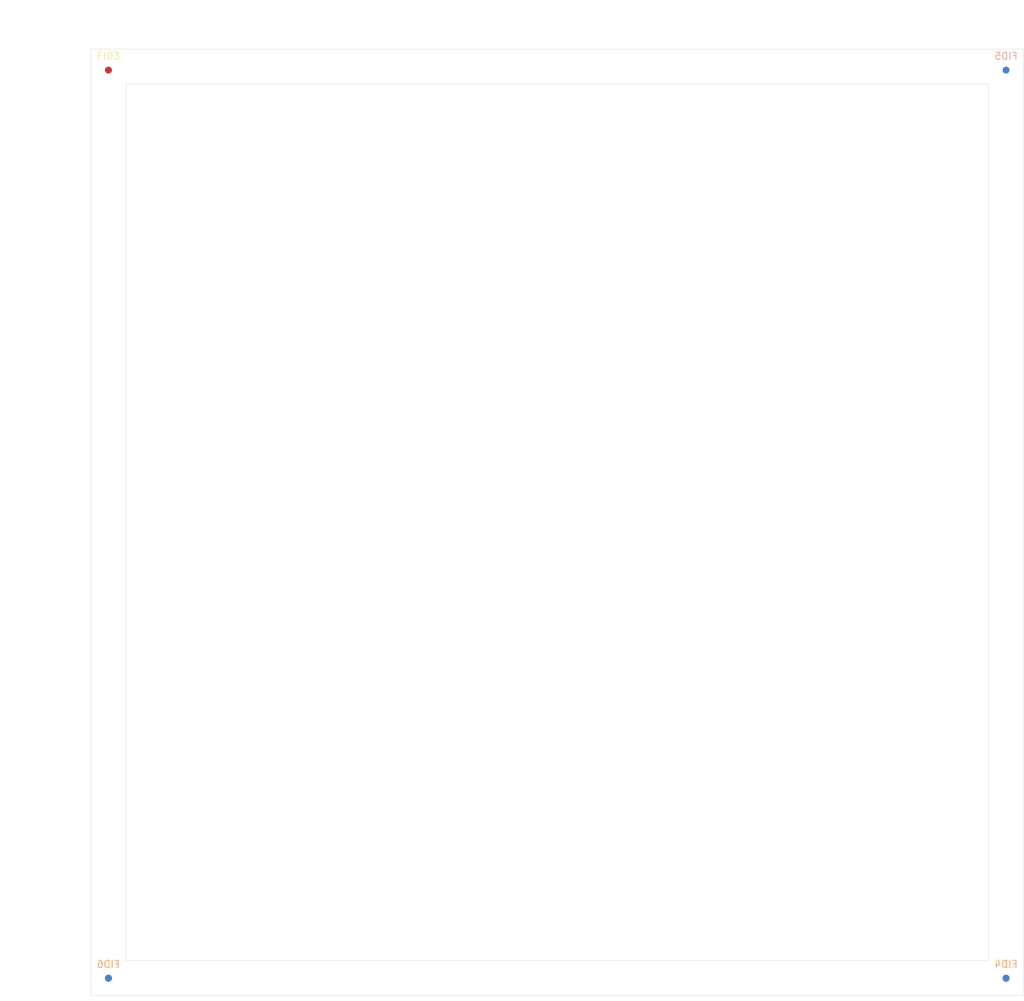
<source format=kicad_pcb>
(kicad_pcb (version 20171130) (host pcbnew 5.1.0)

  (general
    (thickness 1.6)
    (drawings 30)
    (tracks 0)
    (zones 0)
    (modules 12)
    (nets 1)
  )

  (page A4)
  (layers
    (0 F.Cu signal)
    (31 B.Cu signal)
    (32 B.Adhes user)
    (33 F.Adhes user)
    (34 B.Paste user)
    (35 F.Paste user)
    (36 B.SilkS user)
    (37 F.SilkS user)
    (38 B.Mask user)
    (39 F.Mask user)
    (40 Dwgs.User user)
    (41 Cmts.User user)
    (42 Eco1.User user)
    (43 Eco2.User user)
    (44 Edge.Cuts user)
    (45 Margin user)
    (46 B.CrtYd user)
    (47 F.CrtYd user)
    (48 B.Fab user hide)
    (49 F.Fab user hide)
  )

  (setup
    (last_trace_width 0.25)
    (trace_clearance 0.2)
    (zone_clearance 0.508)
    (zone_45_only no)
    (trace_min 0.2)
    (via_size 0.8)
    (via_drill 0.4)
    (via_min_size 0.4)
    (via_min_drill 0.3)
    (uvia_size 0.3)
    (uvia_drill 0.1)
    (uvias_allowed no)
    (uvia_min_size 0.2)
    (uvia_min_drill 0.1)
    (edge_width 0.05)
    (segment_width 0.2)
    (pcb_text_width 0.3)
    (pcb_text_size 1.5 1.5)
    (mod_edge_width 0.12)
    (mod_text_size 1 1)
    (mod_text_width 0.15)
    (pad_size 3 3)
    (pad_drill 3)
    (pad_to_mask_clearance 0.051)
    (solder_mask_min_width 0.25)
    (aux_axis_origin 0 0)
    (visible_elements FFFFFF7F)
    (pcbplotparams
      (layerselection 0x010fc_ffffffff)
      (usegerberextensions false)
      (usegerberattributes false)
      (usegerberadvancedattributes false)
      (creategerberjobfile false)
      (excludeedgelayer true)
      (linewidth 0.100000)
      (plotframeref false)
      (viasonmask false)
      (mode 1)
      (useauxorigin false)
      (hpglpennumber 1)
      (hpglpenspeed 20)
      (hpglpendiameter 15.000000)
      (psnegative false)
      (psa4output false)
      (plotreference true)
      (plotvalue true)
      (plotinvisibletext false)
      (padsonsilk false)
      (subtractmaskfromsilk false)
      (outputformat 1)
      (mirror false)
      (drillshape 1)
      (scaleselection 1)
      (outputdirectory ""))
  )

  (net 0 "")

  (net_class Default "Ceci est la Netclass par défaut."
    (clearance 0.2)
    (trace_width 0.25)
    (via_dia 0.8)
    (via_drill 0.4)
    (uvia_dia 0.3)
    (uvia_drill 0.1)
  )

  (module MountingHole:MountingHole_3mm (layer F.Cu) (tedit 5CAF5756) (tstamp 5CB01F6B)
    (at 195 26.5)
    (descr "Mounting Hole 3mm, no annular")
    (tags "mounting hole 3mm no annular")
    (attr virtual)
    (fp_text reference REF** (at 0 -4) (layer F.SilkS) hide
      (effects (font (size 1 1) (thickness 0.15)))
    )
    (fp_text value MountingHole_3mm (at 0 4) (layer F.Fab)
      (effects (font (size 1 1) (thickness 0.15)))
    )
    (fp_text user %R (at 0.3 0) (layer F.Fab)
      (effects (font (size 1 1) (thickness 0.15)))
    )
    (fp_circle (center 0 0) (end 3 0) (layer Cmts.User) (width 0.15))
    (fp_circle (center 0 0) (end 3.25 0) (layer F.CrtYd) (width 0.05))
    (pad "" np_thru_hole circle (at 0 0) (size 3 3) (drill 3) (layers *.Cu *.Mask))
  )

  (module MountingHole:MountingHole_3mm (layer F.Cu) (tedit 5CAF5756) (tstamp 5CB01F64)
    (at 115 26.5)
    (descr "Mounting Hole 3mm, no annular")
    (tags "mounting hole 3mm no annular")
    (attr virtual)
    (fp_text reference REF** (at 0 -4) (layer F.SilkS) hide
      (effects (font (size 1 1) (thickness 0.15)))
    )
    (fp_text value MountingHole_3mm (at 0 4) (layer F.Fab)
      (effects (font (size 1 1) (thickness 0.15)))
    )
    (fp_circle (center 0 0) (end 3.25 0) (layer F.CrtYd) (width 0.05))
    (fp_circle (center 0 0) (end 3 0) (layer Cmts.User) (width 0.15))
    (fp_text user %R (at 0.3 0) (layer F.Fab)
      (effects (font (size 1 1) (thickness 0.15)))
    )
    (pad "" np_thru_hole circle (at 0 0) (size 3 3) (drill 3) (layers *.Cu *.Mask))
  )

  (module MountingHole:MountingHole_3mm (layer F.Cu) (tedit 5CAF5756) (tstamp 5CB01F2D)
    (at 195 156.5)
    (descr "Mounting Hole 3mm, no annular")
    (tags "mounting hole 3mm no annular")
    (attr virtual)
    (fp_text reference REF** (at 0 -4) (layer F.SilkS) hide
      (effects (font (size 1 1) (thickness 0.15)))
    )
    (fp_text value MountingHole_3mm (at 0 4) (layer F.Fab)
      (effects (font (size 1 1) (thickness 0.15)))
    )
    (fp_circle (center 0 0) (end 3.25 0) (layer F.CrtYd) (width 0.05))
    (fp_circle (center 0 0) (end 3 0) (layer Cmts.User) (width 0.15))
    (fp_text user %R (at 0.3 0) (layer F.Fab)
      (effects (font (size 1 1) (thickness 0.15)))
    )
    (pad "" np_thru_hole circle (at 0 0) (size 3 3) (drill 3) (layers *.Cu *.Mask))
  )

  (module MountingHole:MountingHole_3mm (layer F.Cu) (tedit 5CAF5756) (tstamp 5CB01E50)
    (at 115 156.5)
    (descr "Mounting Hole 3mm, no annular")
    (tags "mounting hole 3mm no annular")
    (attr virtual)
    (fp_text reference REF** (at 0 -4) (layer F.SilkS) hide
      (effects (font (size 1 1) (thickness 0.15)))
    )
    (fp_text value MountingHole_3mm (at 0 4) (layer F.Fab)
      (effects (font (size 1 1) (thickness 0.15)))
    )
    (fp_text user %R (at 0.3 0) (layer F.Fab)
      (effects (font (size 1 1) (thickness 0.15)))
    )
    (fp_circle (center 0 0) (end 3 0) (layer Cmts.User) (width 0.15))
    (fp_circle (center 0 0) (end 3.25 0) (layer F.CrtYd) (width 0.05))
    (pad "" np_thru_hole circle (at 0 0) (size 3 3) (drill 3) (layers *.Cu *.Mask))
  )

  (module MountingHole:MountingHole_3mm (layer F.Cu) (tedit 5CACAF66) (tstamp 5CAF3EE3)
    (at 89.5 51.5)
    (descr "Mounting Hole 3mm, no annular")
    (tags "mounting hole 3mm no annular")
    (attr virtual)
    (fp_text reference REF** (at 0 -4) (layer F.SilkS) hide
      (effects (font (size 1 1) (thickness 0.15)))
    )
    (fp_text value MountingHole_3mm (at 0 4) (layer F.Fab)
      (effects (font (size 1 1) (thickness 0.15)))
    )
    (fp_text user %R (at 0.3 0) (layer F.Fab)
      (effects (font (size 1 1) (thickness 0.15)))
    )
    (fp_circle (center 0 0) (end 3 0) (layer Cmts.User) (width 0.15))
    (fp_circle (center 0 0) (end 3.25 0) (layer F.CrtYd) (width 0.05))
    (pad "" np_thru_hole circle (at 0 0) (size 3 3) (drill 3) (layers *.Cu *.Paste *.Mask))
  )

  (module MountingHole:MountingHole_3mm (layer F.Cu) (tedit 5CACAF66) (tstamp 5CAF3EB9)
    (at 89.5 131.5)
    (descr "Mounting Hole 3mm, no annular")
    (tags "mounting hole 3mm no annular")
    (attr virtual)
    (fp_text reference REF** (at 0 -4) (layer F.SilkS) hide
      (effects (font (size 1 1) (thickness 0.15)))
    )
    (fp_text value MountingHole_3mm (at 0 4) (layer F.Fab)
      (effects (font (size 1 1) (thickness 0.15)))
    )
    (fp_circle (center 0 0) (end 3.25 0) (layer F.CrtYd) (width 0.05))
    (fp_circle (center 0 0) (end 3 0) (layer Cmts.User) (width 0.15))
    (fp_text user %R (at 0.3 0) (layer F.Fab)
      (effects (font (size 1 1) (thickness 0.15)))
    )
    (pad "" np_thru_hole circle (at 0 0) (size 3 3) (drill 3) (layers *.Cu *.Paste *.Mask))
  )

  (module Fiducial:Fiducial_1mm_Mask2mm (layer B.Cu) (tedit 5C18CB26) (tstamp 5CAF3982)
    (at 89.5 156.5 180)
    (descr "Circular Fiducial, 1mm bare copper, 2mm soldermask opening (Level A)")
    (tags fiducial)
    (attr smd)
    (fp_text reference FID6 (at 0 2 180) (layer B.SilkS)
      (effects (font (size 1 1) (thickness 0.15)) (justify mirror))
    )
    (fp_text value Fiducial_1mm_Mask2mm (at 0 -2 180) (layer B.Fab)
      (effects (font (size 1 1) (thickness 0.15)) (justify mirror))
    )
    (fp_circle (center 0 0) (end 1 0) (layer B.Fab) (width 0.1))
    (fp_text user %R (at 0 0 180) (layer B.Fab)
      (effects (font (size 0.4 0.4) (thickness 0.06)) (justify mirror))
    )
    (fp_circle (center 0 0) (end 1.25 0) (layer B.CrtYd) (width 0.05))
    (pad "" smd circle (at 0 0 180) (size 1 1) (layers B.Cu B.Mask)
      (solder_mask_margin 0.5) (clearance 0.5))
  )

  (module Fiducial:Fiducial_1mm_Mask2mm (layer B.Cu) (tedit 5C18CB26) (tstamp 5CAF3B28)
    (at 217.5 27 180)
    (descr "Circular Fiducial, 1mm bare copper, 2mm soldermask opening (Level A)")
    (tags fiducial)
    (attr smd)
    (fp_text reference FID5 (at 0 2 180) (layer B.SilkS)
      (effects (font (size 1 1) (thickness 0.15)) (justify mirror))
    )
    (fp_text value Fiducial_1mm_Mask2mm (at 0 -2 180) (layer B.Fab)
      (effects (font (size 1 1) (thickness 0.15)) (justify mirror))
    )
    (fp_circle (center 0 0) (end 1.25 0) (layer B.CrtYd) (width 0.05))
    (fp_text user %R (at 0 0 180) (layer B.Fab)
      (effects (font (size 0.4 0.4) (thickness 0.06)) (justify mirror))
    )
    (fp_circle (center 0 0) (end 1 0) (layer B.Fab) (width 0.1))
    (pad "" smd circle (at 0 0 180) (size 1 1) (layers B.Cu B.Mask)
      (solder_mask_margin 0.5) (clearance 0.5))
  )

  (module Fiducial:Fiducial_1mm_Mask2mm (layer B.Cu) (tedit 5C18CB26) (tstamp 5CAF3938)
    (at 217.5 156.5 180)
    (descr "Circular Fiducial, 1mm bare copper, 2mm soldermask opening (Level A)")
    (tags fiducial)
    (attr smd)
    (fp_text reference FID4 (at 0 2 180) (layer B.SilkS)
      (effects (font (size 1 1) (thickness 0.15)) (justify mirror))
    )
    (fp_text value Fiducial_1mm_Mask2mm (at 0 -2 180) (layer B.Fab)
      (effects (font (size 1 1) (thickness 0.15)) (justify mirror))
    )
    (fp_circle (center 0 0) (end 1 0) (layer B.Fab) (width 0.1))
    (fp_text user %R (at 0 0 180) (layer B.Fab)
      (effects (font (size 0.4 0.4) (thickness 0.06)) (justify mirror))
    )
    (fp_circle (center 0 0) (end 1.25 0) (layer B.CrtYd) (width 0.05))
    (pad "" smd circle (at 0 0 180) (size 1 1) (layers B.Cu B.Mask)
      (solder_mask_margin 0.5) (clearance 0.5))
  )

  (module Fiducial:Fiducial_1mm_Mask2mm (layer F.Cu) (tedit 5C18CB26) (tstamp 5CAF3B4F)
    (at 89.5 27)
    (descr "Circular Fiducial, 1mm bare copper, 2mm soldermask opening (Level A)")
    (tags fiducial)
    (attr smd)
    (fp_text reference FID3 (at 0 -2) (layer F.SilkS)
      (effects (font (size 1 1) (thickness 0.15)))
    )
    (fp_text value Fiducial_1mm_Mask2mm (at 0 2) (layer F.Fab)
      (effects (font (size 1 1) (thickness 0.15)))
    )
    (fp_circle (center 0 0) (end 1.25 0) (layer F.CrtYd) (width 0.05))
    (fp_text user %R (at 0 0) (layer F.Fab)
      (effects (font (size 0.4 0.4) (thickness 0.06)))
    )
    (fp_circle (center 0 0) (end 1 0) (layer F.Fab) (width 0.1))
    (pad "" smd circle (at 0 0) (size 1 1) (layers F.Cu F.Mask)
      (solder_mask_margin 0.5) (clearance 0.5))
  )

  (module Fiducial:Fiducial_1mm_Mask2mm (layer F.Cu) (tedit 5C18CB26) (tstamp 5CAF38EE)
    (at 217.5 156.5)
    (descr "Circular Fiducial, 1mm bare copper, 2mm soldermask opening (Level A)")
    (tags fiducial)
    (attr smd)
    (fp_text reference FID2 (at 0 -2) (layer F.SilkS)
      (effects (font (size 1 1) (thickness 0.15)))
    )
    (fp_text value Fiducial_1mm_Mask2mm (at 0 2) (layer F.Fab)
      (effects (font (size 1 1) (thickness 0.15)))
    )
    (fp_circle (center 0 0) (end 1 0) (layer F.Fab) (width 0.1))
    (fp_text user %R (at 0 0) (layer F.Fab)
      (effects (font (size 0.4 0.4) (thickness 0.06)))
    )
    (fp_circle (center 0 0) (end 1.25 0) (layer F.CrtYd) (width 0.05))
    (pad "" smd circle (at 0 0) (size 1 1) (layers F.Cu F.Mask)
      (solder_mask_margin 0.5) (clearance 0.5))
  )

  (module Fiducial:Fiducial_1mm_Mask2mm (layer F.Cu) (tedit 5C18CB26) (tstamp 5CAF38D5)
    (at 89.5 156.5)
    (descr "Circular Fiducial, 1mm bare copper, 2mm soldermask opening (Level A)")
    (tags fiducial)
    (attr smd)
    (fp_text reference FID1 (at 0 -2) (layer F.SilkS)
      (effects (font (size 1 1) (thickness 0.15)))
    )
    (fp_text value Fiducial_1mm_Mask2mm (at 0 2) (layer F.Fab)
      (effects (font (size 1 1) (thickness 0.15)))
    )
    (fp_circle (center 0 0) (end 1.25 0) (layer F.CrtYd) (width 0.05))
    (fp_text user %R (at 0 0) (layer F.Fab)
      (effects (font (size 0.4 0.4) (thickness 0.06)))
    )
    (fp_circle (center 0 0) (end 1 0) (layer F.Fab) (width 0.1))
    (pad "" smd circle (at 0 0) (size 1 1) (layers F.Cu F.Mask)
      (solder_mask_margin 0.5) (clearance 0.5))
  )

  (dimension 133 (width 0.15) (layer Dwgs.User)
    (gr_text "133,000 mm" (at 153.5 17.7) (layer Dwgs.User)
      (effects (font (size 1 1) (thickness 0.15)))
    )
    (feature1 (pts (xy 220 24) (xy 220 18.413579)))
    (feature2 (pts (xy 87 24) (xy 87 18.413579)))
    (crossbar (pts (xy 87 19) (xy 220 19)))
    (arrow1a (pts (xy 220 19) (xy 218.873496 19.586421)))
    (arrow1b (pts (xy 220 19) (xy 218.873496 18.413579)))
    (arrow2a (pts (xy 87 19) (xy 88.126504 19.586421)))
    (arrow2b (pts (xy 87 19) (xy 88.126504 18.413579)))
  )
  (dimension 135 (width 0.15) (layer Dwgs.User)
    (gr_text "135,000 mm" (at 77.7 91.5 90) (layer Dwgs.User)
      (effects (font (size 1 1) (thickness 0.15)))
    )
    (feature1 (pts (xy 87 24) (xy 78.413579 24)))
    (feature2 (pts (xy 87 159) (xy 78.413579 159)))
    (crossbar (pts (xy 79 159) (xy 79 24)))
    (arrow1a (pts (xy 79 24) (xy 79.586421 25.126504)))
    (arrow1b (pts (xy 79 24) (xy 78.413579 25.126504)))
    (arrow2a (pts (xy 79 159) (xy 79.586421 157.873496)))
    (arrow2b (pts (xy 79 159) (xy 78.413579 157.873496)))
  )
  (gr_line (start 215 32.5) (end 220 32.5) (layer Eco2.User) (width 0.15))
  (gr_line (start 215 151) (end 220 151) (layer Eco2.User) (width 0.15))
  (gr_line (start 92 151) (end 87 151) (layer Eco2.User) (width 0.15))
  (gr_line (start 92 32.5) (end 87 32.5) (layer Eco2.User) (width 0.15))
  (gr_line (start 220 24) (end 87 24) (layer Edge.Cuts) (width 0.05) (tstamp 5CAF3B37))
  (gr_line (start 220 159) (end 220 24) (layer Edge.Cuts) (width 0.05) (tstamp 5CAF3B43))
  (gr_line (start 87 159) (end 220 159) (layer Edge.Cuts) (width 0.05))
  (gr_line (start 87 24) (end 87 159) (layer Edge.Cuts) (width 0.05) (tstamp 5CAF3B3A))
  (gr_line (start 92 29) (end 92 154) (layer Edge.Cuts) (width 0.05) (tstamp 5CAF3B40))
  (gr_line (start 215 29) (end 92 29) (layer Edge.Cuts) (width 0.05) (tstamp 5CAF3B46))
  (gr_line (start 215 154) (end 215 29) (layer Edge.Cuts) (width 0.05) (tstamp 5CAF3B3D))
  (gr_line (start 92 154) (end 215 154) (layer Edge.Cuts) (width 0.05))
  (gr_line (start 211.5 90) (end 211.5 32.5) (layer Dwgs.User) (width 0.15) (tstamp 5CAF380F))
  (gr_line (start 211.5 32.5) (end 155 32.5) (layer Dwgs.User) (width 0.15) (tstamp 5CAF380E))
  (gr_line (start 155 93.5) (end 155 151) (layer Dwgs.User) (width 0.15) (tstamp 5CAF380D))
  (gr_line (start 155 151) (end 211.5 151) (layer Dwgs.User) (width 0.15) (tstamp 5CAF380C))
  (gr_line (start 155 90) (end 211.5 90) (layer Dwgs.User) (width 0.15) (tstamp 5CAF380B))
  (gr_line (start 155 32.5) (end 155 90) (layer Dwgs.User) (width 0.15) (tstamp 5CAF380A))
  (gr_line (start 211.5 151) (end 211.5 93.5) (layer Dwgs.User) (width 0.15) (tstamp 5CAF3809))
  (gr_line (start 211.5 93.5) (end 155 93.5) (layer Dwgs.User) (width 0.15) (tstamp 5CAF3808))
  (gr_line (start 151.5 151) (end 151.5 93.5) (layer Dwgs.User) (width 0.15) (tstamp 5CAF37FE))
  (gr_line (start 151.5 93.5) (end 95 93.5) (layer Dwgs.User) (width 0.15) (tstamp 5CAF37FD))
  (gr_line (start 95 151) (end 151.5 151) (layer Dwgs.User) (width 0.15) (tstamp 5CAF37FC))
  (gr_line (start 95 93.5) (end 95 151) (layer Dwgs.User) (width 0.15) (tstamp 5CAF37FB))
  (gr_line (start 95 32.5) (end 95 90) (layer Dwgs.User) (width 0.15) (tstamp 5CAF37FA))
  (gr_line (start 151.5 32.5) (end 95 32.5) (layer Dwgs.User) (width 0.15))
  (gr_line (start 151.5 90) (end 151.5 32.5) (layer Dwgs.User) (width 0.15))
  (gr_line (start 95 90) (end 151.5 90) (layer Dwgs.User) (width 0.15))

)

</source>
